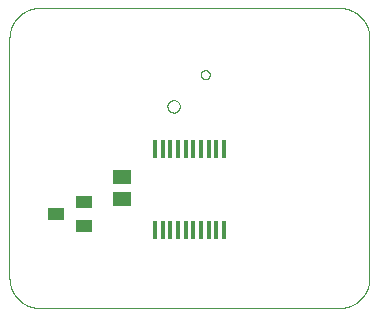
<source format=gbp>
G04 EAGLE Gerber X2 export*
G75*
%MOMM*%
%FSLAX35Y35*%
%LPD*%
%AMOC8*
5,1,8,0,0,1.08239X$1,22.5*%
G01*
%ADD10C,0.076200*%
%ADD11C,0.000000*%
%ADD12R,0.300000X1.600000*%
%ADD13R,1.500000X1.300000*%
%ADD14R,1.400000X1.000000*%


D10*
X254000Y2540000D02*
X2794000Y2540000D01*
X3048000Y2286000D02*
X3048000Y254000D01*
X2794000Y0D02*
X254000Y0D01*
X0Y254000D02*
X0Y2286000D01*
X0Y254000D02*
X74Y247862D01*
X297Y241728D01*
X667Y235602D01*
X1186Y229485D01*
X1852Y223384D01*
X2665Y217300D01*
X3626Y211237D01*
X4732Y205200D01*
X5984Y199191D01*
X7381Y193214D01*
X8922Y187272D01*
X10606Y181370D01*
X12432Y175510D01*
X14399Y169695D01*
X16506Y163930D01*
X18752Y158218D01*
X21135Y152561D01*
X23654Y146964D01*
X26308Y141429D01*
X29094Y135960D01*
X32012Y130560D01*
X35060Y125232D01*
X38235Y119979D01*
X41537Y114805D01*
X44962Y109712D01*
X48510Y104703D01*
X52177Y99781D01*
X55963Y94949D01*
X59864Y90210D01*
X63878Y85567D01*
X68004Y81022D01*
X72238Y76578D01*
X76578Y72238D01*
X81022Y68004D01*
X85567Y63878D01*
X90210Y59864D01*
X94949Y55963D01*
X99781Y52177D01*
X104703Y48510D01*
X109712Y44962D01*
X114805Y41537D01*
X119979Y38235D01*
X125232Y35060D01*
X130560Y32012D01*
X135960Y29094D01*
X141429Y26308D01*
X146964Y23654D01*
X152561Y21135D01*
X158218Y18752D01*
X163930Y16506D01*
X169695Y14399D01*
X175510Y12432D01*
X181370Y10606D01*
X187272Y8922D01*
X193214Y7381D01*
X199191Y5984D01*
X205200Y4732D01*
X211237Y3626D01*
X217300Y2665D01*
X223384Y1852D01*
X229485Y1186D01*
X235602Y667D01*
X241728Y297D01*
X247862Y74D01*
X254000Y0D01*
X2794000Y0D02*
X2800138Y74D01*
X2806272Y297D01*
X2812398Y667D01*
X2818515Y1186D01*
X2824616Y1852D01*
X2830700Y2665D01*
X2836763Y3626D01*
X2842800Y4732D01*
X2848809Y5984D01*
X2854786Y7381D01*
X2860728Y8922D01*
X2866630Y10606D01*
X2872490Y12432D01*
X2878305Y14399D01*
X2884070Y16506D01*
X2889782Y18752D01*
X2895439Y21135D01*
X2901036Y23654D01*
X2906571Y26308D01*
X2912040Y29094D01*
X2917440Y32012D01*
X2922768Y35060D01*
X2928021Y38235D01*
X2933195Y41537D01*
X2938288Y44962D01*
X2943297Y48510D01*
X2948219Y52177D01*
X2953051Y55963D01*
X2957790Y59864D01*
X2962433Y63878D01*
X2966978Y68004D01*
X2971422Y72238D01*
X2975762Y76578D01*
X2979996Y81022D01*
X2984122Y85567D01*
X2988136Y90210D01*
X2992037Y94949D01*
X2995823Y99781D01*
X2999490Y104703D01*
X3003038Y109712D01*
X3006463Y114805D01*
X3009765Y119979D01*
X3012940Y125232D01*
X3015988Y130560D01*
X3018906Y135960D01*
X3021692Y141429D01*
X3024346Y146964D01*
X3026865Y152561D01*
X3029248Y158218D01*
X3031494Y163930D01*
X3033601Y169695D01*
X3035568Y175510D01*
X3037394Y181370D01*
X3039078Y187272D01*
X3040619Y193214D01*
X3042016Y199191D01*
X3043268Y205200D01*
X3044374Y211237D01*
X3045335Y217300D01*
X3046148Y223384D01*
X3046814Y229485D01*
X3047333Y235602D01*
X3047703Y241728D01*
X3047926Y247862D01*
X3048000Y254000D01*
X3048000Y2286000D02*
X3047926Y2292138D01*
X3047703Y2298272D01*
X3047333Y2304398D01*
X3046814Y2310515D01*
X3046148Y2316616D01*
X3045335Y2322700D01*
X3044374Y2328763D01*
X3043268Y2334800D01*
X3042016Y2340809D01*
X3040619Y2346786D01*
X3039078Y2352728D01*
X3037394Y2358630D01*
X3035568Y2364490D01*
X3033601Y2370305D01*
X3031494Y2376070D01*
X3029248Y2381782D01*
X3026865Y2387439D01*
X3024346Y2393036D01*
X3021692Y2398571D01*
X3018906Y2404040D01*
X3015988Y2409440D01*
X3012940Y2414768D01*
X3009765Y2420021D01*
X3006463Y2425195D01*
X3003038Y2430288D01*
X2999490Y2435297D01*
X2995823Y2440219D01*
X2992037Y2445051D01*
X2988136Y2449790D01*
X2984122Y2454433D01*
X2979996Y2458978D01*
X2975762Y2463422D01*
X2971422Y2467762D01*
X2966978Y2471996D01*
X2962433Y2476122D01*
X2957790Y2480136D01*
X2953051Y2484037D01*
X2948219Y2487823D01*
X2943297Y2491490D01*
X2938288Y2495038D01*
X2933195Y2498463D01*
X2928021Y2501765D01*
X2922768Y2504940D01*
X2917440Y2507988D01*
X2912040Y2510906D01*
X2906571Y2513692D01*
X2901036Y2516346D01*
X2895439Y2518865D01*
X2889782Y2521248D01*
X2884070Y2523494D01*
X2878305Y2525601D01*
X2872490Y2527568D01*
X2866630Y2529394D01*
X2860728Y2531078D01*
X2854786Y2532619D01*
X2848809Y2534016D01*
X2842800Y2535268D01*
X2836763Y2536374D01*
X2830700Y2537335D01*
X2824616Y2538148D01*
X2818515Y2538814D01*
X2812398Y2539333D01*
X2806272Y2539703D01*
X2800138Y2539926D01*
X2794000Y2540000D01*
X254000Y2540000D02*
X247862Y2539926D01*
X241728Y2539703D01*
X235602Y2539333D01*
X229485Y2538814D01*
X223384Y2538148D01*
X217300Y2537335D01*
X211237Y2536374D01*
X205200Y2535268D01*
X199191Y2534016D01*
X193214Y2532619D01*
X187272Y2531078D01*
X181370Y2529394D01*
X175510Y2527568D01*
X169695Y2525601D01*
X163930Y2523494D01*
X158218Y2521248D01*
X152561Y2518865D01*
X146964Y2516346D01*
X141429Y2513692D01*
X135960Y2510906D01*
X130560Y2507988D01*
X125232Y2504940D01*
X119979Y2501765D01*
X114805Y2498463D01*
X109712Y2495038D01*
X104703Y2491490D01*
X99781Y2487823D01*
X94949Y2484037D01*
X90210Y2480136D01*
X85567Y2476122D01*
X81022Y2471996D01*
X76578Y2467762D01*
X72238Y2463422D01*
X68004Y2458978D01*
X63878Y2454433D01*
X59864Y2449790D01*
X55963Y2445051D01*
X52177Y2440219D01*
X48510Y2435297D01*
X44962Y2430288D01*
X41537Y2425195D01*
X38235Y2420021D01*
X35060Y2414768D01*
X32012Y2409440D01*
X29094Y2404040D01*
X26308Y2398571D01*
X23654Y2393036D01*
X21135Y2387439D01*
X18752Y2381782D01*
X16506Y2376070D01*
X14399Y2370305D01*
X12432Y2364490D01*
X10606Y2358630D01*
X8922Y2352728D01*
X7381Y2346786D01*
X5984Y2340809D01*
X4732Y2334800D01*
X3626Y2328763D01*
X2665Y2322700D01*
X1852Y2316616D01*
X1186Y2310515D01*
X667Y2304398D01*
X297Y2298272D01*
X74Y2292138D01*
X0Y2286000D01*
D11*
X1620850Y1975850D02*
X1620861Y1976770D01*
X1620895Y1977690D01*
X1620952Y1978609D01*
X1621031Y1979526D01*
X1621132Y1980440D01*
X1621256Y1981352D01*
X1621402Y1982261D01*
X1621571Y1983166D01*
X1621761Y1984066D01*
X1621974Y1984962D01*
X1622208Y1985852D01*
X1622465Y1986736D01*
X1622743Y1987613D01*
X1623042Y1988483D01*
X1623363Y1989346D01*
X1623705Y1990201D01*
X1624067Y1991047D01*
X1624450Y1991883D01*
X1624854Y1992710D01*
X1625278Y1993527D01*
X1625722Y1994334D01*
X1626185Y1995129D01*
X1626668Y1995912D01*
X1627170Y1996684D01*
X1627691Y1997443D01*
X1628230Y1998189D01*
X1628787Y1998921D01*
X1629362Y1999640D01*
X1629955Y2000344D01*
X1630564Y2001033D01*
X1631191Y2001708D01*
X1631833Y2002367D01*
X1632492Y2003009D01*
X1633167Y2003636D01*
X1633856Y2004245D01*
X1634560Y2004838D01*
X1635279Y2005413D01*
X1636011Y2005970D01*
X1636757Y2006509D01*
X1637516Y2007030D01*
X1638288Y2007532D01*
X1639071Y2008015D01*
X1639866Y2008478D01*
X1640673Y2008922D01*
X1641490Y2009346D01*
X1642317Y2009750D01*
X1643153Y2010133D01*
X1643999Y2010495D01*
X1644854Y2010837D01*
X1645717Y2011158D01*
X1646587Y2011457D01*
X1647464Y2011735D01*
X1648348Y2011992D01*
X1649238Y2012226D01*
X1650134Y2012439D01*
X1651034Y2012629D01*
X1651939Y2012798D01*
X1652848Y2012944D01*
X1653760Y2013068D01*
X1654674Y2013169D01*
X1655591Y2013248D01*
X1656510Y2013305D01*
X1657430Y2013339D01*
X1658350Y2013350D01*
X1659270Y2013339D01*
X1660190Y2013305D01*
X1661109Y2013248D01*
X1662026Y2013169D01*
X1662940Y2013068D01*
X1663852Y2012944D01*
X1664761Y2012798D01*
X1665666Y2012629D01*
X1666566Y2012439D01*
X1667462Y2012226D01*
X1668352Y2011992D01*
X1669236Y2011735D01*
X1670113Y2011457D01*
X1670983Y2011158D01*
X1671846Y2010837D01*
X1672701Y2010495D01*
X1673547Y2010133D01*
X1674383Y2009750D01*
X1675210Y2009346D01*
X1676027Y2008922D01*
X1676834Y2008478D01*
X1677629Y2008015D01*
X1678412Y2007532D01*
X1679184Y2007030D01*
X1679943Y2006509D01*
X1680689Y2005970D01*
X1681421Y2005413D01*
X1682140Y2004838D01*
X1682844Y2004245D01*
X1683533Y2003636D01*
X1684208Y2003009D01*
X1684867Y2002367D01*
X1685509Y2001708D01*
X1686136Y2001033D01*
X1686745Y2000344D01*
X1687338Y1999640D01*
X1687913Y1998921D01*
X1688470Y1998189D01*
X1689009Y1997443D01*
X1689530Y1996684D01*
X1690032Y1995912D01*
X1690515Y1995129D01*
X1690978Y1994334D01*
X1691422Y1993527D01*
X1691846Y1992710D01*
X1692250Y1991883D01*
X1692633Y1991047D01*
X1692995Y1990201D01*
X1693337Y1989346D01*
X1693658Y1988483D01*
X1693957Y1987613D01*
X1694235Y1986736D01*
X1694492Y1985852D01*
X1694726Y1984962D01*
X1694939Y1984066D01*
X1695129Y1983166D01*
X1695298Y1982261D01*
X1695444Y1981352D01*
X1695568Y1980440D01*
X1695669Y1979526D01*
X1695748Y1978609D01*
X1695805Y1977690D01*
X1695839Y1976770D01*
X1695850Y1975850D01*
X1695839Y1974930D01*
X1695805Y1974010D01*
X1695748Y1973091D01*
X1695669Y1972174D01*
X1695568Y1971260D01*
X1695444Y1970348D01*
X1695298Y1969439D01*
X1695129Y1968534D01*
X1694939Y1967634D01*
X1694726Y1966738D01*
X1694492Y1965848D01*
X1694235Y1964964D01*
X1693957Y1964087D01*
X1693658Y1963217D01*
X1693337Y1962354D01*
X1692995Y1961499D01*
X1692633Y1960653D01*
X1692250Y1959817D01*
X1691846Y1958990D01*
X1691422Y1958173D01*
X1690978Y1957366D01*
X1690515Y1956571D01*
X1690032Y1955788D01*
X1689530Y1955016D01*
X1689009Y1954257D01*
X1688470Y1953511D01*
X1687913Y1952779D01*
X1687338Y1952060D01*
X1686745Y1951356D01*
X1686136Y1950667D01*
X1685509Y1949992D01*
X1684867Y1949333D01*
X1684208Y1948691D01*
X1683533Y1948064D01*
X1682844Y1947455D01*
X1682140Y1946862D01*
X1681421Y1946287D01*
X1680689Y1945730D01*
X1679943Y1945191D01*
X1679184Y1944670D01*
X1678412Y1944168D01*
X1677629Y1943685D01*
X1676834Y1943222D01*
X1676027Y1942778D01*
X1675210Y1942354D01*
X1674383Y1941950D01*
X1673547Y1941567D01*
X1672701Y1941205D01*
X1671846Y1940863D01*
X1670983Y1940542D01*
X1670113Y1940243D01*
X1669236Y1939965D01*
X1668352Y1939708D01*
X1667462Y1939474D01*
X1666566Y1939261D01*
X1665666Y1939071D01*
X1664761Y1938902D01*
X1663852Y1938756D01*
X1662940Y1938632D01*
X1662026Y1938531D01*
X1661109Y1938452D01*
X1660190Y1938395D01*
X1659270Y1938361D01*
X1658350Y1938350D01*
X1657430Y1938361D01*
X1656510Y1938395D01*
X1655591Y1938452D01*
X1654674Y1938531D01*
X1653760Y1938632D01*
X1652848Y1938756D01*
X1651939Y1938902D01*
X1651034Y1939071D01*
X1650134Y1939261D01*
X1649238Y1939474D01*
X1648348Y1939708D01*
X1647464Y1939965D01*
X1646587Y1940243D01*
X1645717Y1940542D01*
X1644854Y1940863D01*
X1643999Y1941205D01*
X1643153Y1941567D01*
X1642317Y1941950D01*
X1641490Y1942354D01*
X1640673Y1942778D01*
X1639866Y1943222D01*
X1639071Y1943685D01*
X1638288Y1944168D01*
X1637516Y1944670D01*
X1636757Y1945191D01*
X1636011Y1945730D01*
X1635279Y1946287D01*
X1634560Y1946862D01*
X1633856Y1947455D01*
X1633167Y1948064D01*
X1632492Y1948691D01*
X1631833Y1949333D01*
X1631191Y1949992D01*
X1630564Y1950667D01*
X1629955Y1951356D01*
X1629362Y1952060D01*
X1628787Y1952779D01*
X1628230Y1953511D01*
X1627691Y1954257D01*
X1627170Y1955016D01*
X1626668Y1955788D01*
X1626185Y1956571D01*
X1625722Y1957366D01*
X1625278Y1958173D01*
X1624854Y1958990D01*
X1624450Y1959817D01*
X1624067Y1960653D01*
X1623705Y1961499D01*
X1623363Y1962354D01*
X1623042Y1963217D01*
X1622743Y1964087D01*
X1622465Y1964964D01*
X1622208Y1965848D01*
X1621974Y1966738D01*
X1621761Y1967634D01*
X1621571Y1968534D01*
X1621402Y1969439D01*
X1621256Y1970348D01*
X1621132Y1971260D01*
X1621031Y1972174D01*
X1620952Y1973091D01*
X1620895Y1974010D01*
X1620861Y1974930D01*
X1620850Y1975850D01*
X1337150Y1707150D02*
X1337166Y1708438D01*
X1337213Y1709726D01*
X1337292Y1711012D01*
X1337403Y1712296D01*
X1337545Y1713577D01*
X1337718Y1714853D01*
X1337923Y1716125D01*
X1338159Y1717392D01*
X1338426Y1718653D01*
X1338723Y1719906D01*
X1339052Y1721152D01*
X1339411Y1722390D01*
X1339800Y1723618D01*
X1340219Y1724837D01*
X1340668Y1726044D01*
X1341146Y1727241D01*
X1341654Y1728425D01*
X1342191Y1729597D01*
X1342756Y1730755D01*
X1343349Y1731898D01*
X1343970Y1733027D01*
X1344619Y1734140D01*
X1345295Y1735237D01*
X1345998Y1736317D01*
X1346727Y1737380D01*
X1347482Y1738424D01*
X1348262Y1739450D01*
X1349067Y1740456D01*
X1349897Y1741442D01*
X1350750Y1742407D01*
X1351627Y1743351D01*
X1352527Y1744273D01*
X1353449Y1745173D01*
X1354393Y1746050D01*
X1355358Y1746903D01*
X1356344Y1747733D01*
X1357350Y1748538D01*
X1358376Y1749318D01*
X1359420Y1750073D01*
X1360483Y1750802D01*
X1361563Y1751505D01*
X1362660Y1752181D01*
X1363773Y1752830D01*
X1364902Y1753451D01*
X1366045Y1754044D01*
X1367203Y1754609D01*
X1368375Y1755146D01*
X1369559Y1755654D01*
X1370756Y1756132D01*
X1371963Y1756581D01*
X1373182Y1757000D01*
X1374410Y1757389D01*
X1375648Y1757748D01*
X1376894Y1758077D01*
X1378147Y1758374D01*
X1379408Y1758641D01*
X1380675Y1758877D01*
X1381947Y1759082D01*
X1383223Y1759255D01*
X1384504Y1759397D01*
X1385788Y1759508D01*
X1387074Y1759587D01*
X1388362Y1759634D01*
X1389650Y1759650D01*
X1390938Y1759634D01*
X1392226Y1759587D01*
X1393512Y1759508D01*
X1394796Y1759397D01*
X1396077Y1759255D01*
X1397353Y1759082D01*
X1398625Y1758877D01*
X1399892Y1758641D01*
X1401153Y1758374D01*
X1402406Y1758077D01*
X1403652Y1757748D01*
X1404890Y1757389D01*
X1406118Y1757000D01*
X1407337Y1756581D01*
X1408544Y1756132D01*
X1409741Y1755654D01*
X1410925Y1755146D01*
X1412097Y1754609D01*
X1413255Y1754044D01*
X1414398Y1753451D01*
X1415527Y1752830D01*
X1416640Y1752181D01*
X1417737Y1751505D01*
X1418817Y1750802D01*
X1419880Y1750073D01*
X1420924Y1749318D01*
X1421950Y1748538D01*
X1422956Y1747733D01*
X1423942Y1746903D01*
X1424907Y1746050D01*
X1425851Y1745173D01*
X1426773Y1744273D01*
X1427673Y1743351D01*
X1428550Y1742407D01*
X1429403Y1741442D01*
X1430233Y1740456D01*
X1431038Y1739450D01*
X1431818Y1738424D01*
X1432573Y1737380D01*
X1433302Y1736317D01*
X1434005Y1735237D01*
X1434681Y1734140D01*
X1435330Y1733027D01*
X1435951Y1731898D01*
X1436544Y1730755D01*
X1437109Y1729597D01*
X1437646Y1728425D01*
X1438154Y1727241D01*
X1438632Y1726044D01*
X1439081Y1724837D01*
X1439500Y1723618D01*
X1439889Y1722390D01*
X1440248Y1721152D01*
X1440577Y1719906D01*
X1440874Y1718653D01*
X1441141Y1717392D01*
X1441377Y1716125D01*
X1441582Y1714853D01*
X1441755Y1713577D01*
X1441897Y1712296D01*
X1442008Y1711012D01*
X1442087Y1709726D01*
X1442134Y1708438D01*
X1442150Y1707150D01*
X1442134Y1705862D01*
X1442087Y1704574D01*
X1442008Y1703288D01*
X1441897Y1702004D01*
X1441755Y1700723D01*
X1441582Y1699447D01*
X1441377Y1698175D01*
X1441141Y1696908D01*
X1440874Y1695647D01*
X1440577Y1694394D01*
X1440248Y1693148D01*
X1439889Y1691910D01*
X1439500Y1690682D01*
X1439081Y1689463D01*
X1438632Y1688256D01*
X1438154Y1687059D01*
X1437646Y1685875D01*
X1437109Y1684703D01*
X1436544Y1683545D01*
X1435951Y1682402D01*
X1435330Y1681273D01*
X1434681Y1680160D01*
X1434005Y1679063D01*
X1433302Y1677983D01*
X1432573Y1676920D01*
X1431818Y1675876D01*
X1431038Y1674850D01*
X1430233Y1673844D01*
X1429403Y1672858D01*
X1428550Y1671893D01*
X1427673Y1670949D01*
X1426773Y1670027D01*
X1425851Y1669127D01*
X1424907Y1668250D01*
X1423942Y1667397D01*
X1422956Y1666567D01*
X1421950Y1665762D01*
X1420924Y1664982D01*
X1419880Y1664227D01*
X1418817Y1663498D01*
X1417737Y1662795D01*
X1416640Y1662119D01*
X1415527Y1661470D01*
X1414398Y1660849D01*
X1413255Y1660256D01*
X1412097Y1659691D01*
X1410925Y1659154D01*
X1409741Y1658646D01*
X1408544Y1658168D01*
X1407337Y1657719D01*
X1406118Y1657300D01*
X1404890Y1656911D01*
X1403652Y1656552D01*
X1402406Y1656223D01*
X1401153Y1655926D01*
X1399892Y1655659D01*
X1398625Y1655423D01*
X1397353Y1655218D01*
X1396077Y1655045D01*
X1394796Y1654903D01*
X1393512Y1654792D01*
X1392226Y1654713D01*
X1390938Y1654666D01*
X1389650Y1654650D01*
X1388362Y1654666D01*
X1387074Y1654713D01*
X1385788Y1654792D01*
X1384504Y1654903D01*
X1383223Y1655045D01*
X1381947Y1655218D01*
X1380675Y1655423D01*
X1379408Y1655659D01*
X1378147Y1655926D01*
X1376894Y1656223D01*
X1375648Y1656552D01*
X1374410Y1656911D01*
X1373182Y1657300D01*
X1371963Y1657719D01*
X1370756Y1658168D01*
X1369559Y1658646D01*
X1368375Y1659154D01*
X1367203Y1659691D01*
X1366045Y1660256D01*
X1364902Y1660849D01*
X1363773Y1661470D01*
X1362660Y1662119D01*
X1361563Y1662795D01*
X1360483Y1663498D01*
X1359420Y1664227D01*
X1358376Y1664982D01*
X1357350Y1665762D01*
X1356344Y1666567D01*
X1355358Y1667397D01*
X1354393Y1668250D01*
X1353449Y1669127D01*
X1352527Y1670027D01*
X1351627Y1670949D01*
X1350750Y1671893D01*
X1349897Y1672858D01*
X1349067Y1673844D01*
X1348262Y1674850D01*
X1347482Y1675876D01*
X1346727Y1676920D01*
X1345998Y1677983D01*
X1345295Y1679063D01*
X1344619Y1680160D01*
X1343970Y1681273D01*
X1343349Y1682402D01*
X1342756Y1683545D01*
X1342191Y1684703D01*
X1341654Y1685875D01*
X1341146Y1687059D01*
X1340668Y1688256D01*
X1340219Y1689463D01*
X1339800Y1690682D01*
X1339411Y1691910D01*
X1339052Y1693148D01*
X1338723Y1694394D01*
X1338426Y1695647D01*
X1338159Y1696908D01*
X1337923Y1698175D01*
X1337718Y1699447D01*
X1337545Y1700723D01*
X1337403Y1702004D01*
X1337292Y1703288D01*
X1337213Y1704574D01*
X1337166Y1705862D01*
X1337150Y1707150D01*
D12*
X1231000Y1348500D03*
X1296000Y1348500D03*
X1361000Y1348500D03*
X1426000Y1348500D03*
X1491000Y1348500D03*
X1556000Y1348500D03*
X1621000Y1348500D03*
X1686000Y1348500D03*
X1751000Y1348500D03*
X1816000Y1348500D03*
X1231000Y663500D03*
X1296000Y663500D03*
X1361000Y663500D03*
X1426000Y663500D03*
X1491000Y663500D03*
X1556000Y663500D03*
X1621000Y663500D03*
X1686000Y663500D03*
X1751000Y663500D03*
X1816000Y663500D03*
D13*
X952500Y1111000D03*
X952500Y921000D03*
D14*
X634200Y895350D03*
X634200Y692150D03*
X392900Y793750D03*
M02*

</source>
